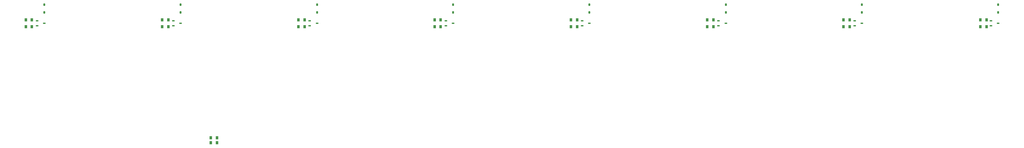
<source format=gbp>
%FSLAX23Y23*%
%MOIN*%
%SFA1B1*%

%IPPOS*%
%AMD54*
4,1,8,0.008900,-0.009600,0.008900,0.009600,0.006600,0.011800,-0.006600,0.011800,-0.008900,0.009600,-0.008900,-0.009600,-0.006600,-0.011800,0.006600,-0.011800,0.008900,-0.009600,0.0*
1,1,0.004440,0.006600,-0.009600*
1,1,0.004440,0.006600,0.009600*
1,1,0.004440,-0.006600,0.009600*
1,1,0.004440,-0.006600,-0.009600*
%
%ADD52R,0.031500X0.037400*%
%ADD53R,0.027560X0.017720*%
G04~CAMADD=54~8~0.0~0.0~236.2~177.2~22.2~0.0~15~0.0~0.0~0.0~0.0~0~0.0~0.0~0.0~0.0~0~0.0~0.0~0.0~270.0~178.0~236.0*
%ADD54D54*%
%LNbenchy-relays-pcb-1*%
%LPD*%
G54D52*
X693Y1767D03*
X628D03*
X2150D03*
X2085D03*
X3607D03*
X3542D03*
X5063D03*
X4999D03*
X6520D03*
X6455D03*
X693Y1696D03*
X628D03*
X2150D03*
X2085D03*
X5063D03*
X4999D03*
X6520D03*
X6455D03*
X2670Y448D03*
X2605D03*
Y503D03*
X2670D03*
X10898Y1696D03*
X10833D03*
Y1767D03*
X10898D03*
X9434Y1696D03*
X9369D03*
Y1767D03*
X9434D03*
X7977Y1696D03*
X7912D03*
Y1767D03*
X7977D03*
X3607Y1696D03*
X3542D03*
G54D53*
X748Y1706D03*
Y1757D03*
X826Y1732D03*
X2204Y1706D03*
Y1757D03*
X2283Y1732D03*
X3661Y1706D03*
Y1757D03*
X3740Y1732D03*
X5118Y1706D03*
Y1757D03*
X5196Y1732D03*
X6574Y1706D03*
Y1757D03*
X6653Y1732D03*
X8031Y1706D03*
Y1757D03*
X8110Y1732D03*
X9488Y1706D03*
Y1757D03*
X9566Y1732D03*
X10944Y1706D03*
Y1757D03*
X11023Y1732D03*
G54D54*
X826Y1848D03*
Y1931D03*
X2283Y1848D03*
Y1931D03*
X3740Y1848D03*
Y1931D03*
X5196Y1848D03*
Y1931D03*
X6653Y1848D03*
Y1931D03*
X11023Y1848D03*
Y1931D03*
X9566Y1848D03*
Y1931D03*
X8110Y1848D03*
Y1931D03*
M02*
</source>
